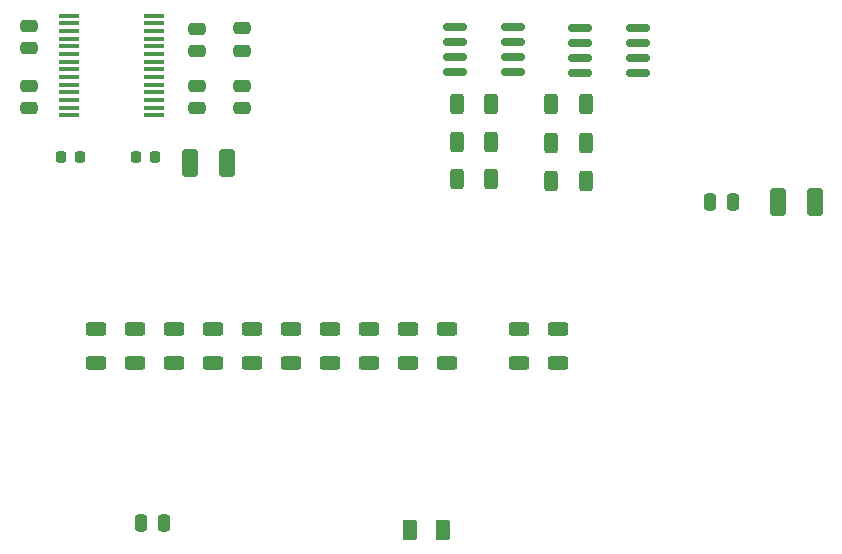
<source format=gtp>
G04 #@! TF.GenerationSoftware,KiCad,Pcbnew,(6.0.6)*
G04 #@! TF.CreationDate,2022-07-11T11:59:08+03:00*
G04 #@! TF.ProjectId,RegulusFocuser-V1.1,52656775-6c75-4734-966f-63757365722d,rev?*
G04 #@! TF.SameCoordinates,Original*
G04 #@! TF.FileFunction,Paste,Top*
G04 #@! TF.FilePolarity,Positive*
%FSLAX46Y46*%
G04 Gerber Fmt 4.6, Leading zero omitted, Abs format (unit mm)*
G04 Created by KiCad (PCBNEW (6.0.6)) date 2022-07-11 11:59:08*
%MOMM*%
%LPD*%
G01*
G04 APERTURE LIST*
G04 Aperture macros list*
%AMRoundRect*
0 Rectangle with rounded corners*
0 $1 Rounding radius*
0 $2 $3 $4 $5 $6 $7 $8 $9 X,Y pos of 4 corners*
0 Add a 4 corners polygon primitive as box body*
4,1,4,$2,$3,$4,$5,$6,$7,$8,$9,$2,$3,0*
0 Add four circle primitives for the rounded corners*
1,1,$1+$1,$2,$3*
1,1,$1+$1,$4,$5*
1,1,$1+$1,$6,$7*
1,1,$1+$1,$8,$9*
0 Add four rect primitives between the rounded corners*
20,1,$1+$1,$2,$3,$4,$5,0*
20,1,$1+$1,$4,$5,$6,$7,0*
20,1,$1+$1,$6,$7,$8,$9,0*
20,1,$1+$1,$8,$9,$2,$3,0*%
G04 Aperture macros list end*
%ADD10RoundRect,0.250000X-0.412500X-0.925000X0.412500X-0.925000X0.412500X0.925000X-0.412500X0.925000X0*%
%ADD11RoundRect,0.250000X0.625000X-0.312500X0.625000X0.312500X-0.625000X0.312500X-0.625000X-0.312500X0*%
%ADD12RoundRect,0.250000X-0.475000X0.250000X-0.475000X-0.250000X0.475000X-0.250000X0.475000X0.250000X0*%
%ADD13RoundRect,0.250000X0.475000X-0.250000X0.475000X0.250000X-0.475000X0.250000X-0.475000X-0.250000X0*%
%ADD14RoundRect,0.250000X0.312500X0.625000X-0.312500X0.625000X-0.312500X-0.625000X0.312500X-0.625000X0*%
%ADD15RoundRect,0.218750X-0.218750X-0.256250X0.218750X-0.256250X0.218750X0.256250X-0.218750X0.256250X0*%
%ADD16RoundRect,0.250000X-0.375000X-0.625000X0.375000X-0.625000X0.375000X0.625000X-0.375000X0.625000X0*%
%ADD17RoundRect,0.250000X-0.625000X0.312500X-0.625000X-0.312500X0.625000X-0.312500X0.625000X0.312500X0*%
%ADD18RoundRect,0.150000X-0.825000X-0.150000X0.825000X-0.150000X0.825000X0.150000X-0.825000X0.150000X0*%
%ADD19RoundRect,0.250000X-0.312500X-0.625000X0.312500X-0.625000X0.312500X0.625000X-0.312500X0.625000X0*%
%ADD20R,1.750000X0.450000*%
%ADD21RoundRect,0.250000X0.250000X0.475000X-0.250000X0.475000X-0.250000X-0.475000X0.250000X-0.475000X0*%
G04 APERTURE END LIST*
D10*
X176516500Y-84582000D03*
X179591500Y-84582000D03*
X126732500Y-81280000D03*
X129807500Y-81280000D03*
D11*
X138539300Y-98236500D03*
X138539300Y-95311500D03*
X135241700Y-98236500D03*
X135241700Y-95311500D03*
D12*
X131064000Y-74742000D03*
X131064000Y-76642000D03*
X113030000Y-74742000D03*
X113030000Y-76642000D03*
D13*
X131064000Y-71776000D03*
X131064000Y-69876000D03*
D14*
X160212500Y-79565500D03*
X157287500Y-79565500D03*
X152211500Y-76263500D03*
X149286500Y-76263500D03*
X152211500Y-79470200D03*
X149286500Y-79470200D03*
D15*
X115798500Y-80772000D03*
X117373500Y-80772000D03*
D16*
X145285000Y-112395000D03*
X148085000Y-112395000D03*
D17*
X157869800Y-95311500D03*
X157869800Y-98236500D03*
D11*
X145134500Y-98236500D03*
X145134500Y-95311500D03*
D18*
X149087900Y-69734800D03*
X149087900Y-71004800D03*
X149087900Y-72274800D03*
X149087900Y-73544800D03*
X154037900Y-73544800D03*
X154037900Y-72274800D03*
X154037900Y-71004800D03*
X154037900Y-69734800D03*
D19*
X149286500Y-82677000D03*
X152211500Y-82677000D03*
D17*
X154572200Y-95311500D03*
X154572200Y-98236500D03*
X125349000Y-95311500D03*
X125349000Y-98236500D03*
D20*
X116415000Y-68800000D03*
X116415000Y-69450000D03*
X116415000Y-70100000D03*
X116415000Y-70750000D03*
X116415000Y-71400000D03*
X116415000Y-72050000D03*
X116415000Y-72700000D03*
X116415000Y-73350000D03*
X116415000Y-74000000D03*
X116415000Y-74650000D03*
X116415000Y-75300000D03*
X116415000Y-75950000D03*
X116415000Y-76600000D03*
X116415000Y-77250000D03*
X123615000Y-77250000D03*
X123615000Y-76600000D03*
X123615000Y-75950000D03*
X123615000Y-75300000D03*
X123615000Y-74650000D03*
X123615000Y-74000000D03*
X123615000Y-73350000D03*
X123615000Y-72700000D03*
X123615000Y-72050000D03*
X123615000Y-71400000D03*
X123615000Y-70750000D03*
X123615000Y-70100000D03*
X123615000Y-69450000D03*
X123615000Y-68800000D03*
D17*
X148432100Y-95311500D03*
X148432100Y-98236500D03*
D19*
X157287500Y-82804000D03*
X160212500Y-82804000D03*
X157287500Y-76327000D03*
X160212500Y-76327000D03*
D11*
X141836900Y-98236500D03*
X141836900Y-95311500D03*
D13*
X127254000Y-76642000D03*
X127254000Y-74742000D03*
D12*
X113030000Y-69662000D03*
X113030000Y-71562000D03*
D17*
X122051400Y-95311500D03*
X122051400Y-98236500D03*
D18*
X159690900Y-69861800D03*
X159690900Y-71131800D03*
X159690900Y-72401800D03*
X159690900Y-73671800D03*
X164640900Y-73671800D03*
X164640900Y-72401800D03*
X164640900Y-71131800D03*
X164640900Y-69861800D03*
D17*
X128646600Y-95311500D03*
X128646600Y-98236500D03*
D21*
X172654000Y-84582000D03*
X170754000Y-84582000D03*
D17*
X118753800Y-95311500D03*
X118753800Y-98236500D03*
D12*
X127254000Y-69916000D03*
X127254000Y-71816000D03*
D17*
X131944200Y-95311500D03*
X131944200Y-98236500D03*
D21*
X124460000Y-111760000D03*
X122560000Y-111760000D03*
D15*
X122148500Y-80772000D03*
X123723500Y-80772000D03*
M02*

</source>
